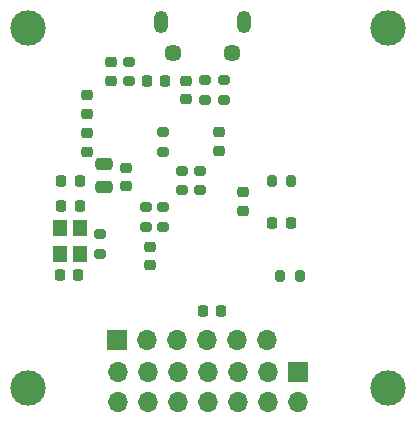
<source format=gbr>
%TF.GenerationSoftware,KiCad,Pcbnew,(6.0.0)*%
%TF.CreationDate,2022-05-23T22:47:49+07:00*%
%TF.ProjectId,MINI-FC,4d494e49-2d46-4432-9e6b-696361645f70,rev?*%
%TF.SameCoordinates,Original*%
%TF.FileFunction,Soldermask,Bot*%
%TF.FilePolarity,Negative*%
%FSLAX46Y46*%
G04 Gerber Fmt 4.6, Leading zero omitted, Abs format (unit mm)*
G04 Created by KiCad (PCBNEW (6.0.0)) date 2022-05-23 22:47:49*
%MOMM*%
%LPD*%
G01*
G04 APERTURE LIST*
G04 Aperture macros list*
%AMRoundRect*
0 Rectangle with rounded corners*
0 $1 Rounding radius*
0 $2 $3 $4 $5 $6 $7 $8 $9 X,Y pos of 4 corners*
0 Add a 4 corners polygon primitive as box body*
4,1,4,$2,$3,$4,$5,$6,$7,$8,$9,$2,$3,0*
0 Add four circle primitives for the rounded corners*
1,1,$1+$1,$2,$3*
1,1,$1+$1,$4,$5*
1,1,$1+$1,$6,$7*
1,1,$1+$1,$8,$9*
0 Add four rect primitives between the rounded corners*
20,1,$1+$1,$2,$3,$4,$5,0*
20,1,$1+$1,$4,$5,$6,$7,0*
20,1,$1+$1,$6,$7,$8,$9,0*
20,1,$1+$1,$8,$9,$2,$3,0*%
G04 Aperture macros list end*
%ADD10C,3.000000*%
%ADD11R,1.700000X1.700000*%
%ADD12O,1.700000X1.700000*%
%ADD13C,1.450000*%
%ADD14O,1.200000X1.900000*%
%ADD15RoundRect,0.225000X-0.250000X0.225000X-0.250000X-0.225000X0.250000X-0.225000X0.250000X0.225000X0*%
%ADD16RoundRect,0.200000X0.275000X-0.200000X0.275000X0.200000X-0.275000X0.200000X-0.275000X-0.200000X0*%
%ADD17RoundRect,0.200000X-0.200000X-0.275000X0.200000X-0.275000X0.200000X0.275000X-0.200000X0.275000X0*%
%ADD18RoundRect,0.250000X0.475000X-0.250000X0.475000X0.250000X-0.475000X0.250000X-0.475000X-0.250000X0*%
%ADD19RoundRect,0.200000X-0.275000X0.200000X-0.275000X-0.200000X0.275000X-0.200000X0.275000X0.200000X0*%
%ADD20R,1.200000X1.400000*%
%ADD21RoundRect,0.225000X0.225000X0.250000X-0.225000X0.250000X-0.225000X-0.250000X0.225000X-0.250000X0*%
%ADD22RoundRect,0.225000X0.250000X-0.225000X0.250000X0.225000X-0.250000X0.225000X-0.250000X-0.225000X0*%
%ADD23RoundRect,0.225000X-0.225000X-0.250000X0.225000X-0.250000X0.225000X0.250000X-0.225000X0.250000X0*%
G04 APERTURE END LIST*
D10*
%TO.C,REF\u002A\u002A*%
X133500000Y-93500000D03*
%TD*%
D11*
%TO.C,PWR1*%
X125875000Y-92125000D03*
D12*
X125875000Y-94665000D03*
X123335000Y-92125000D03*
X123335000Y-94665000D03*
X120795000Y-92125000D03*
X120795000Y-94665000D03*
X118255000Y-92125000D03*
X118255000Y-94665000D03*
X115715000Y-92125000D03*
X115715000Y-94665000D03*
X113175000Y-92125000D03*
X113175000Y-94665000D03*
X110635000Y-92125000D03*
X110635000Y-94665000D03*
%TD*%
D10*
%TO.C,REF\u002A\u002A*%
X133500000Y-63000000D03*
%TD*%
%TO.C,REF\u002A\u002A*%
X103000000Y-63000000D03*
%TD*%
%TO.C,REF\u002A\u002A*%
X103000000Y-93500000D03*
%TD*%
D11*
%TO.C,PWM_SIG1*%
X110600000Y-89450000D03*
D12*
X113140000Y-89450000D03*
X115680000Y-89450000D03*
X118220000Y-89450000D03*
X120760000Y-89450000D03*
X123300000Y-89450000D03*
%TD*%
D13*
%TO.C,J1*%
X120300000Y-65162500D03*
X115300000Y-65162500D03*
D14*
X114300000Y-62462500D03*
X121300000Y-62462500D03*
%TD*%
D15*
%TO.C,C13*%
X108000000Y-71925000D03*
X108000000Y-73475000D03*
%TD*%
D16*
%TO.C,R3*%
X109125000Y-82125000D03*
X109125000Y-80475000D03*
%TD*%
D17*
%TO.C,R7*%
X123650000Y-76000000D03*
X125300000Y-76000000D03*
%TD*%
D16*
%TO.C,R9*%
X113000000Y-79850000D03*
X113000000Y-78200000D03*
%TD*%
D18*
%TO.C,C1*%
X109500000Y-76450000D03*
X109500000Y-74550000D03*
%TD*%
D19*
%TO.C,R12*%
X118000000Y-67450000D03*
X118000000Y-69100000D03*
%TD*%
D16*
%TO.C,R10*%
X114500000Y-79850000D03*
X114500000Y-78200000D03*
%TD*%
D20*
%TO.C,Y1*%
X107425000Y-79900000D03*
X107425000Y-82100000D03*
X105725000Y-82100000D03*
X105725000Y-79900000D03*
%TD*%
D19*
%TO.C,R14*%
X116100000Y-75100000D03*
X116100000Y-76750000D03*
%TD*%
D21*
%TO.C,C7*%
X107400000Y-78100000D03*
X105850000Y-78100000D03*
%TD*%
D16*
%TO.C,R11*%
X111600000Y-67525000D03*
X111600000Y-65875000D03*
%TD*%
D15*
%TO.C,C4*%
X121200000Y-76925000D03*
X121200000Y-78475000D03*
%TD*%
D22*
%TO.C,C2*%
X111300000Y-76400000D03*
X111300000Y-74850000D03*
%TD*%
D19*
%TO.C,R2*%
X114500000Y-71850000D03*
X114500000Y-73500000D03*
%TD*%
D21*
%TO.C,C3*%
X107400000Y-76000000D03*
X105850000Y-76000000D03*
%TD*%
D23*
%TO.C,C12*%
X123725000Y-79500000D03*
X125275000Y-79500000D03*
%TD*%
D17*
%TO.C,R8*%
X124375000Y-84000000D03*
X126025000Y-84000000D03*
%TD*%
D15*
%TO.C,C11*%
X110100000Y-65925000D03*
X110100000Y-67475000D03*
%TD*%
D21*
%TO.C,C5*%
X119375000Y-87000000D03*
X117825000Y-87000000D03*
%TD*%
D15*
%TO.C,C15*%
X119200000Y-71850000D03*
X119200000Y-73400000D03*
%TD*%
%TO.C,C14*%
X116400000Y-67500000D03*
X116400000Y-69050000D03*
%TD*%
D16*
%TO.C,R13*%
X119600000Y-69100000D03*
X119600000Y-67450000D03*
%TD*%
%TO.C,R15*%
X117600000Y-76750000D03*
X117600000Y-75100000D03*
%TD*%
D23*
%TO.C,C8*%
X105750000Y-83900000D03*
X107300000Y-83900000D03*
%TD*%
D22*
%TO.C,C6*%
X113400000Y-83100000D03*
X113400000Y-81550000D03*
%TD*%
%TO.C,C10*%
X108000000Y-70250000D03*
X108000000Y-68700000D03*
%TD*%
D21*
%TO.C,C9*%
X114650000Y-67500000D03*
X113100000Y-67500000D03*
%TD*%
M02*

</source>
